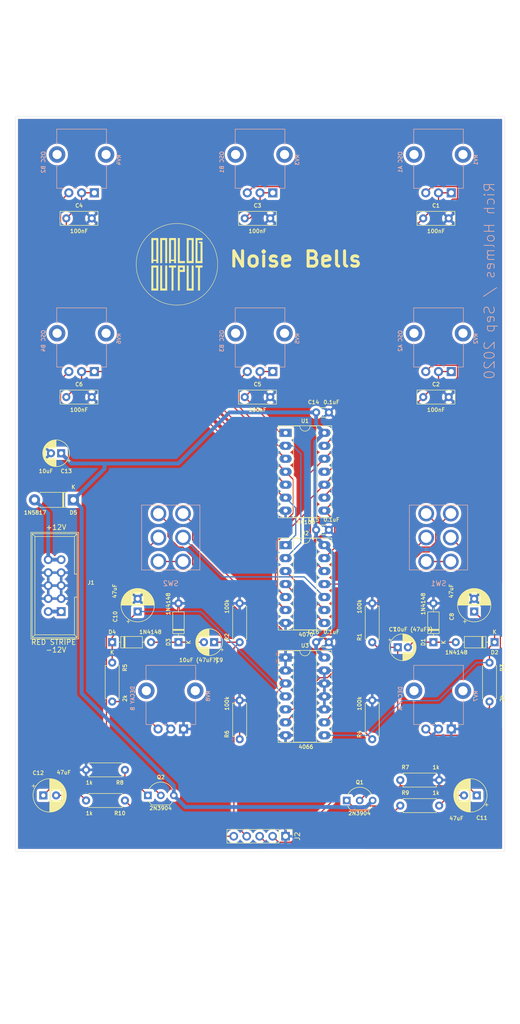
<source format=kicad_pcb>
(kicad_pcb (version 20171130) (host pcbnew 5.1.6-c6e7f7d~87~ubuntu20.04.1)
  (title_block (title "Noise Bells") (date 2020-09-05) (company "Rich Holmes / AnalogOutput"))
  (layers (0 F.Cu signal) (31 B.Cu signal) (34 B.Paste user) (35 F.Paste user) (36 B.SilkS user) (37 F.SilkS user) (38 B.Mask user) (39 F.Mask user) (44 Edge.Cuts user))
  (net 0 "")
  (net 1 GND)
  (net 2 "Net-(C1-Pad1)")
  (net 3 "Net-(C2-Pad1)")
  (net 4 "Net-(C3-Pad1)")
  (net 5 "Net-(C4-Pad1)")
  (net 6 "Net-(C5-Pad1)")
  (net 7 "Net-(C6-Pad1)")
  (net 8 "Net-(C7-Pad2)")
  (net 9 "Net-(C8-Pad1)")
  (net 10 "Net-(C9-Pad2)")
  (net 11 "Net-(C10-Pad1)")
  (net 12 "Net-(C11-Pad2)")
  (net 13 "Net-(C11-Pad1)")
  (net 14 "Net-(C12-Pad2)")
  (net 15 "Net-(C12-Pad1)")
  (net 16 +12V)
  (net 17 "Net-(U2-Pad3)")
  (net 18 "Net-(RV1-Pad3)")
  (net 19 "Net-(RV2-Pad3)")
  (net 20 "Net-(RV3-Pad3)")
  (net 21 "Net-(RV4-Pad3)")
  (net 22 "Net-(RV5-Pad3)")
  (net 23 "Net-(RV6-Pad3)")
  (net 24 "Net-(SW1-Pad3)")
  (net 25 "Net-(SW1-Pad4)")
  (net 26 "Net-(SW1-Pad5)")
  (net 27 TRIGGER_A)
  (net 28 TRIGGER_B)
  (net 29 OUT_B)
  (net 30 OUT_A)
  (net 31 "Net-(Q1-Pad2)")
  (net 32 "Net-(Q2-Pad2)")
  (net 33 "Net-(R3-Pad2)")
  (net 34 "Net-(R4-Pad1)")
  (net 35 "Net-(R5-Pad2)")
  (net 36 "Net-(R6-Pad1)")
  (net 37 "Net-(SW2-Pad3)")
  (net 38 "Net-(U2-Pad4)")
  (net 39 "Net-(SW2-Pad1)")
  (net 40 "Net-(SW2-Pad2)")
  (net 41 "Net-(J1-Pad1)")
  (net 42 "Net-(D5-Pad2)")
  (module ao_tht:DIP-14_W7.62mm_Socket_LongPads (layer F.Cu) (at 212 171.4)
    (fp_text reference U3 (at 3.81 -2.33) (layer F.SilkS) (effects (font (size 0.75 0.75))))
    (fp_text value 4066)
    (fp_text user %V (at 4 17.5) (layer F.SilkS) (effects (font (size 0.75 0.75))))
    (pad 14 thru_hole oval (at 7.62 0) (size 2.4 1.6) (drill 0.8) (layers *.Cu *.Mask) (net 16 +12V))
    (pad 7 thru_hole oval (at 0 15.24) (size 2.4 1.6) (drill 0.8) (layers *.Cu *.Mask) (net 1 GND))
    (pad 13 thru_hole oval (at 7.62 2.54) (size 2.4 1.6) (drill 0.8) (layers *.Cu *.Mask) (net 1 GND))
    (pad 6 thru_hole oval (at 0 12.7) (size 2.4 1.6) (drill 0.8) (layers *.Cu *.Mask) (net 25 "Net-(SW1-Pad4)"))
    (pad 12 thru_hole oval (at 7.62 5.08) (size 2.4 1.6) (drill 0.8) (layers *.Cu *.Mask) (net 1 GND))
    (pad 5 thru_hole oval (at 0 10.16) (size 2.4 1.6) (drill 0.8) (layers *.Cu *.Mask) (net 39 "Net-(SW2-Pad1)"))
    (pad 11 thru_hole oval (at 7.62 7.62) (size 2.4 1.6) (drill 0.8) (layers *.Cu *.Mask) (net 1 GND))
    (pad 4 thru_hole oval (at 0 7.62) (size 2.4 1.6) (drill 0.8) (layers *.Cu *.Mask) (net 11 "Net-(C10-Pad1)"))
    (pad 10 thru_hole oval (at 7.62 10.16) (size 2.4 1.6) (drill 0.8) (layers *.Cu *.Mask) (net 1 GND))
    (pad 3 thru_hole oval (at 0 5.08) (size 2.4 1.6) (drill 0.8) (layers *.Cu *.Mask) (net 36 "Net-(R6-Pad1)"))
    (pad 9 thru_hole oval (at 7.62 12.7) (size 2.4 1.6) (drill 0.8) (layers *.Cu *.Mask) (net 34 "Net-(R4-Pad1)"))
    (pad 2 thru_hole oval (at 0 2.54) (size 2.4 1.6) (drill 0.8) (layers *.Cu *.Mask) (net 1 GND))
    (pad 8 thru_hole oval (at 7.62 15.24) (size 2.4 1.6) (drill 0.8) (layers *.Cu *.Mask) (net 9 "Net-(C8-Pad1)"))
    (pad 1 thru_hole rect (at 0 0) (size 2.4 1.6) (drill 0.8) (layers *.Cu *.Mask) (net 1 GND))
  )
  (module ao_tht:DPDT-toggle-switch-1M-seriesx (layer B.Cu) (at 189.485 147.9)
    (fp_text reference SW2 (at 0 9) (layer B.SilkS) (effects (justify mirror)))
    (fp_text value SW_DPDT_x2)
    (pad 4 thru_hole circle (at -2.415 -4.7) (size 3.1 3.1) (drill 2.1) (layers *.Cu *.Mask) (net 36 "Net-(R6-Pad1)"))
    (pad 5 thru_hole circle (at -2.415 0) (size 3.1 3.1) (drill 2.1) (layers *.Cu *.Mask) (net 32 "Net-(Q2-Pad2)"))
    (pad 6 thru_hole circle (at -2.415 4.7) (size 3.1 3.1) (drill 2.1) (layers *.Cu *.Mask) (net 37 "Net-(SW2-Pad3)"))
    (pad 1 thru_hole circle (at 2.415 -4.7) (size 3.1 3.1) (drill 2.1) (layers *.Cu *.Mask) (net 39 "Net-(SW2-Pad1)"))
    (pad 3 thru_hole circle (at 2.415 4.7) (size 3.1 3.1) (drill 2.1) (layers *.Cu *.Mask) (net 37 "Net-(SW2-Pad3)"))
    (pad 2 thru_hole circle (at 2.415 0) (size 3.1 3.1) (drill 2.1) (layers *.Cu *.Mask) (net 40 "Net-(SW2-Pad2)"))
  )
  (module ao_tht:noisebells_holes (layer B.Cu) (at 207 142.9 180)
    (fp_text reference G*** hide)
    (fp_text value LOGO hide)
  )
  (module ao_tht:R_Axial_DIN0207_L6.3mm_D2.5mm_P7.62mm_Horizontal (layer F.Cu) (at 234.5 200.4)
    (fp_text reference R9 (at 1 -2.5) (layer F.SilkS) (effects (font (size 0.75 0.75))))
    (fp_text value 1k (at 7 -2.5) (layer F.SilkS) (effects (font (size 0.75 0.75))))
    (pad 2 thru_hole oval (at 7.62 0) (size 1.6 1.6) (drill 0.8) (layers *.Cu *.Mask) (net 12 "Net-(C11-Pad2)"))
    (pad 1 thru_hole circle (at 0 0) (size 1.6 1.6) (drill 0.8) (layers *.Cu *.Mask) (net 30 OUT_A))
  )
  (module ao_tht:CP_Radial_D6.3mm_P2.50mm (layer F.Cu) (at 249 162.4 90)
    (fp_text reference C8 (at -1 -4.4 90) (layer F.SilkS) (effects (font (size 0.75 0.75))))
    (fp_text value 47uF)
    (fp_text user %V (at 4 -4.5 90) (layer F.SilkS) (effects (font (size 0.75 0.75))))
    (pad 2 thru_hole circle (at 2.5 0 90) (size 1.6 1.6) (drill 0.8) (layers *.Cu *.Mask) (net 1 GND))
    (pad 1 thru_hole rect (at 0 0 90) (size 1.6 1.6) (drill 0.8) (layers *.Cu *.Mask) (net 9 "Net-(C8-Pad1)"))
  )
  (module ao_tht:Potentiometer_Alpha_RD901F-40-00D_Single_Vertical_CircularHoles (layer B.Cu) (at 244.5 185.4 90)
    (fp_text reference RV7 (at 6.45 4.8 90) (layer B.SilkS) (effects (font (size 0.75 0.75)) (justify mirror)))
    (fp_text value 100k)
    (fp_text user "DECAY A" (at 6 -10 90) (layer B.SilkS) (effects (font (size 0.75 0.75)) (justify mirror)))
    (pad "" thru_hole circle (at 7.5 2.3) (size 3.24 3.24) (drill 1.8) (layers *.Cu *.Mask))
    (pad "" thru_hole circle (at 7.5 -7.3) (size 3.24 3.24) (drill 1.8) (layers *.Cu *.Mask))
    (pad 3 thru_hole circle (at 0 -5) (size 1.8 1.8) (drill 1) (layers *.Cu *.Mask) (net 33 "Net-(R3-Pad2)"))
    (pad 2 thru_hole circle (at 0 -2.5) (size 1.8 1.8) (drill 1) (layers *.Cu *.Mask) (net 1 GND))
    (pad 1 thru_hole rect (at 0 0) (size 1.8 1.8) (drill 1) (layers *.Cu *.Mask) (net 1 GND))
  )
  (module ao_tht:CP_Radial_D6.3mm_P2.50mm (layer F.Cu) (at 183 162.4 90)
    (fp_text reference C10 (at -1 -4.4 90) (layer F.SilkS) (effects (font (size 0.75 0.75))))
    (fp_text value 47uF)
    (fp_text user %V (at 4 -4.5 90) (layer F.SilkS) (effects (font (size 0.75 0.75))))
    (pad 2 thru_hole circle (at 2.5 0 90) (size 1.6 1.6) (drill 0.8) (layers *.Cu *.Mask) (net 1 GND))
    (pad 1 thru_hole rect (at 0 0 90) (size 1.6 1.6) (drill 0.8) (layers *.Cu *.Mask) (net 11 "Net-(C10-Pad1)"))
  )
  (module ao_tht:D_DO-41_SOD81_P7.62mm_Horizontal (layer F.Cu) (at 170.388 140.524 180)
    (fp_text reference D5 (at 0 -2.5) (layer F.SilkS) (effects (font (size 0.75 0.75))))
    (fp_text value 1N5817)
    (fp_text user K (at 0 2.5) (layer F.SilkS) (effects (font (size 0.75 0.75))))
    (fp_text user %V (at 7.5 -2.5) (layer F.SilkS) (effects (font (size 0.75 0.75))))
    (pad 2 thru_hole oval (at 7.62 0 180) (size 2.2 2.2) (drill 1.1) (layers *.Cu *.Mask) (net 42 "Net-(D5-Pad2)"))
    (pad 1 thru_hole rect (at 0 0 180) (size 2.2 2.2) (drill 1.1) (layers *.Cu *.Mask) (net 16 +12V))
  )
  (module Connector_PinHeader_2.54mm:PinHeader_1x05_P2.54mm_Vertical (layer F.Cu) (at 212 206.4 270)
    (fp_text reference J2 (at 0 -2.33 90) (layer F.SilkS))
    (fp_text value Conn_01x05)
    (pad 5 thru_hole oval (at 0 10.16 270) (size 1.7 1.7) (drill 1) (layers *.Cu *.Mask) (net 29 OUT_B))
    (pad 4 thru_hole oval (at 0 7.62 270) (size 1.7 1.7) (drill 1) (layers *.Cu *.Mask) (net 28 TRIGGER_B))
    (pad 3 thru_hole oval (at 0 5.08 270) (size 1.7 1.7) (drill 1) (layers *.Cu *.Mask) (net 30 OUT_A))
    (pad 2 thru_hole oval (at 0 2.54 270) (size 1.7 1.7) (drill 1) (layers *.Cu *.Mask) (net 27 TRIGGER_A))
    (pad 1 thru_hole rect (at 0 0 270) (size 1.7 1.7) (drill 1) (layers *.Cu *.Mask) (net 1 GND))
  )
  (module ao_tht:C_Disc_D3.0mm_W1.6mm_P2.50mm (layer F.Cu) (at 218 168.4)
    (fp_text reference C16 (at -0.5 -2) (layer F.SilkS) (effects (font (size 0.75 0.75))))
    (fp_text value 0.1uF)
    (fp_text user %V (at 3 -2) (layer F.SilkS) (effects (font (size 0.75 0.75))))
    (pad 2 thru_hole circle (at 2.5 0) (size 1.6 1.6) (drill 0.8) (layers *.Cu *.Mask) (net 1 GND))
    (pad 1 thru_hole circle (at 0 0) (size 1.6 1.6) (drill 0.8) (layers *.Cu *.Mask) (net 16 +12V))
  )
  (module ao_tht:C_Disc_D3.0mm_W1.6mm_P2.50mm (layer F.Cu) (at 218 146.4)
    (fp_text reference C15 (at -0.5 -2) (layer F.SilkS) (effects (font (size 0.75 0.75))))
    (fp_text value 0.1uF)
    (fp_text user %V (at 3 -2) (layer F.SilkS) (effects (font (size 0.75 0.75))))
    (pad 2 thru_hole circle (at 2.5 0) (size 1.6 1.6) (drill 0.8) (layers *.Cu *.Mask) (net 1 GND))
    (pad 1 thru_hole circle (at 0 0) (size 1.6 1.6) (drill 0.8) (layers *.Cu *.Mask) (net 16 +12V))
  )
  (module ao_tht:R_Axial_DIN0207_L6.3mm_D2.5mm_P7.62mm_Horizontal (layer F.Cu) (at 180.5 199.4 180)
    (fp_text reference R10 (at 1 -2.5) (layer F.SilkS) (effects (font (size 0.75 0.75))))
    (fp_text value 1k (at 7 -2.5) (layer F.SilkS) (effects (font (size 0.75 0.75))))
    (pad 2 thru_hole oval (at 7.62 0 180) (size 1.6 1.6) (drill 0.8) (layers *.Cu *.Mask) (net 14 "Net-(C12-Pad2)"))
    (pad 1 thru_hole circle (at 0 0 180) (size 1.6 1.6) (drill 0.8) (layers *.Cu *.Mask) (net 29 OUT_B))
  )
  (module ao_tht:Potentiometer_Alpha_RD901F-40-00D_Single_Vertical_CircularHoles (layer B.Cu) (at 174.5 80.4 90)
    (fp_text reference RV4 (at 6.45 4.8 90) (layer B.SilkS) (effects (font (size 0.75 0.75)) (justify mirror)))
    (fp_text value 100k)
    (fp_text user "OSC B2" (at 6 -10 90) (layer B.SilkS) (effects (font (size 0.75 0.75)) (justify mirror)))
    (pad "" thru_hole circle (at 7.5 2.3) (size 3.24 3.24) (drill 1.8) (layers *.Cu *.Mask))
    (pad "" thru_hole circle (at 7.5 -7.3) (size 3.24 3.24) (drill 1.8) (layers *.Cu *.Mask))
    (pad 3 thru_hole circle (at 0 -5) (size 1.8 1.8) (drill 1) (layers *.Cu *.Mask) (net 21 "Net-(RV4-Pad3)"))
    (pad 2 thru_hole circle (at 0 -2.5) (size 1.8 1.8) (drill 1) (layers *.Cu *.Mask) (net 5 "Net-(C4-Pad1)"))
    (pad 1 thru_hole rect (at 0 0) (size 1.8 1.8) (drill 1) (layers *.Cu *.Mask) (net 5 "Net-(C4-Pad1)"))
  )
  (module ao_tht:C_Rect_L7.2mm_W2.5mm_P5.00mm_FKS2_FKP2_MKS2_MKP2 (layer F.Cu) (at 169 120.4)
    (fp_text reference C6 (at 2.5 -2.5) (layer F.SilkS) (effects (font (size 0.75 0.75))))
    (fp_text value 100nF)
    (fp_text user %V (at 2.5 2.5) (layer F.SilkS) (effects (font (size 0.75 0.75))))
    (pad 2 thru_hole circle (at 5 0) (size 1.6 1.6) (drill 0.8) (layers *.Cu *.Mask) (net 1 GND))
    (pad 1 thru_hole circle (at 0 0) (size 1.6 1.6) (drill 0.8) (layers *.Cu *.Mask) (net 7 "Net-(C6-Pad1)"))
  )
  (module ao_tht:TO-92_Inline_Wide (layer F.Cu) (at 224 199.4)
    (fp_text reference Q1 (at 2.54 -3.56) (layer F.SilkS) (effects (font (size 0.75 0.75))))
    (fp_text value 2N3904)
    (fp_text user %V (at 2.5 2.5) (layer F.SilkS) (effects (font (size 0.75 0.75))))
    (pad 1 thru_hole rect (at 0 0 90) (size 1.5 1.5) (drill 0.8) (layers *.Cu *.Mask) (net 13 "Net-(C11-Pad1)"))
    (pad 3 thru_hole circle (at 5.08 0 90) (size 1.5 1.5) (drill 0.8) (layers *.Cu *.Mask) (net 16 +12V))
    (pad 2 thru_hole circle (at 2.54 0 90) (size 1.5 1.5) (drill 0.8) (layers *.Cu *.Mask) (net 31 "Net-(Q1-Pad2)"))
  )
  (module ao_tht:CP_Radial_D5.0mm_P2.00mm (layer F.Cu) (at 198 168.4 180)
    (fp_text reference C9 (at -1 -3.5) (layer F.SilkS) (effects (font (size 0.75 0.75))))
    (fp_text value "10uF (47uF?)")
    (fp_text user %V (at 3 -3.5) (layer F.SilkS) (effects (font (size 0.75 0.75))))
    (pad 2 thru_hole circle (at 2 0 180) (size 1.6 1.6) (drill 0.8) (layers *.Cu *.Mask) (net 10 "Net-(C9-Pad2)"))
    (pad 1 thru_hole rect (at 0 0 180) (size 1.6 1.6) (drill 0.8) (layers *.Cu *.Mask) (net 28 TRIGGER_B))
  )
  (module ao_tht:D_DO-35_SOD27_P7.62mm_Horizontal (layer F.Cu) (at 253 168.4 180)
    (fp_text reference D2 (at 0 -2) (layer F.SilkS) (effects (font (size 0.75 0.75))))
    (fp_text value 1N4148)
    (fp_text user K (at 0 2) (layer F.SilkS) (effects (font (size 0.75 0.75))))
    (fp_text user %V (at 7.5 -2) (layer F.SilkS) (effects (font (size 0.75 0.75))))
    (pad 2 thru_hole oval (at 7.62 0 180) (size 1.6 1.6) (drill 0.8) (layers *.Cu *.Mask) (net 8 "Net-(C7-Pad2)"))
    (pad 1 thru_hole rect (at 0 0 180) (size 1.6 1.6) (drill 0.8) (layers *.Cu *.Mask) (net 9 "Net-(C8-Pad1)"))
  )
  (module ao_tht:R_Axial_DIN0207_L6.3mm_D2.5mm_P7.62mm_Horizontal (layer F.Cu) (at 229 168.4 90)
    (fp_text reference R1 (at 1 -2.5 90) (layer F.SilkS) (effects (font (size 0.75 0.75))))
    (fp_text value 100k (at 7 -2.5 90) (layer F.SilkS) (effects (font (size 0.75 0.75))))
    (pad 2 thru_hole oval (at 7.62 0 90) (size 1.6 1.6) (drill 0.8) (layers *.Cu *.Mask) (net 1 GND))
    (pad 1 thru_hole circle (at 0 0 90) (size 1.6 1.6) (drill 0.8) (layers *.Cu *.Mask) (net 27 TRIGGER_A))
  )
  (module ao_tht:Potentiometer_Alpha_RD901F-40-00D_Single_Vertical_CircularHoles (layer B.Cu) (at 244.5 80.4 90)
    (fp_text reference RV1 (at 6.45 4.8 90) (layer B.SilkS) (effects (font (size 0.75 0.75)) (justify mirror)))
    (fp_text value 100k)
    (fp_text user "OSC A1" (at 6 -10 270) (layer B.SilkS) (effects (font (size 0.75 0.75)) (justify mirror)))
    (pad "" thru_hole circle (at 7.5 2.3) (size 3.24 3.24) (drill 1.8) (layers *.Cu *.Mask))
    (pad "" thru_hole circle (at 7.5 -7.3) (size 3.24 3.24) (drill 1.8) (layers *.Cu *.Mask))
    (pad 3 thru_hole circle (at 0 -5) (size 1.8 1.8) (drill 1) (layers *.Cu *.Mask) (net 18 "Net-(RV1-Pad3)"))
    (pad 2 thru_hole circle (at 0 -2.5) (size 1.8 1.8) (drill 1) (layers *.Cu *.Mask) (net 2 "Net-(C1-Pad1)"))
    (pad 1 thru_hole rect (at 0 0) (size 1.8 1.8) (drill 1) (layers *.Cu *.Mask) (net 2 "Net-(C1-Pad1)"))
  )
  (module ao_tht:DIP-14_W7.62mm_Socket_LongPads (layer F.Cu) (at 212 149.4)
    (fp_text reference U2 (at 3.81 -2.33) (layer F.SilkS) (effects (font (size 0.75 0.75))))
    (fp_text value 4070)
    (fp_text user %V (at 4 17.5) (layer F.SilkS) (effects (font (size 0.75 0.75))))
    (pad 14 thru_hole oval (at 7.62 0) (size 2.4 1.6) (drill 0.8) (layers *.Cu *.Mask) (net 16 +12V))
    (pad 7 thru_hole oval (at 0 15.24) (size 2.4 1.6) (drill 0.8) (layers *.Cu *.Mask) (net 1 GND))
    (pad 13 thru_hole oval (at 7.62 2.54) (size 2.4 1.6) (drill 0.8) (layers *.Cu *.Mask) (net 19 "Net-(RV2-Pad3)"))
    (pad 6 thru_hole oval (at 0 12.7) (size 2.4 1.6) (drill 0.8) (layers *.Cu *.Mask) (net 21 "Net-(RV4-Pad3)"))
    (pad 12 thru_hole oval (at 7.62 5.08) (size 2.4 1.6) (drill 0.8) (layers *.Cu *.Mask) (net 18 "Net-(RV1-Pad3)"))
    (pad 5 thru_hole oval (at 0 10.16) (size 2.4 1.6) (drill 0.8) (layers *.Cu *.Mask) (net 20 "Net-(RV3-Pad3)"))
    (pad 11 thru_hole oval (at 7.62 7.62) (size 2.4 1.6) (drill 0.8) (layers *.Cu *.Mask) (net 26 "Net-(SW1-Pad5)"))
    (pad 4 thru_hole oval (at 0 7.62) (size 2.4 1.6) (drill 0.8) (layers *.Cu *.Mask) (net 38 "Net-(U2-Pad4)"))
    (pad 10 thru_hole oval (at 7.62 10.16) (size 2.4 1.6) (drill 0.8) (layers *.Cu *.Mask) (net 40 "Net-(SW2-Pad2)"))
    (pad 3 thru_hole oval (at 0 5.08) (size 2.4 1.6) (drill 0.8) (layers *.Cu *.Mask) (net 17 "Net-(U2-Pad3)"))
    (pad 9 thru_hole oval (at 7.62 12.7) (size 2.4 1.6) (drill 0.8) (layers *.Cu *.Mask) (net 17 "Net-(U2-Pad3)"))
    (pad 2 thru_hole oval (at 0 2.54) (size 2.4 1.6) (drill 0.8) (layers *.Cu *.Mask) (net 22 "Net-(RV5-Pad3)"))
    (pad 8 thru_hole oval (at 7.62 15.24) (size 2.4 1.6) (drill 0.8) (layers *.Cu *.Mask) (net 38 "Net-(U2-Pad4)"))
    (pad 1 thru_hole rect (at 0 0) (size 2.4 1.6) (drill 0.8) (layers *.Cu *.Mask) (net 23 "Net-(RV6-Pad3)"))
  )
  (module ao_tht:C_Rect_L7.2mm_W2.5mm_P5.00mm_FKS2_FKP2_MKS2_MKP2 (layer F.Cu) (at 204 85.4)
    (fp_text reference C3 (at 2.5 -2.5) (layer F.SilkS) (effects (font (size 0.75 0.75))))
    (fp_text value 100nF)
    (fp_text user %V (at 2.5 2.5) (layer F.SilkS) (effects (font (size 0.75 0.75))))
    (pad 2 thru_hole circle (at 5 0) (size 1.6 1.6) (drill 0.8) (layers *.Cu *.Mask) (net 1 GND))
    (pad 1 thru_hole circle (at 0 0) (size 1.6 1.6) (drill 0.8) (layers *.Cu *.Mask) (net 4 "Net-(C3-Pad1)"))
  )
  (module ao_tht:C_Rect_L7.2mm_W2.5mm_P5.00mm_FKS2_FKP2_MKS2_MKP2 (layer F.Cu) (at 239 120.4)
    (fp_text reference C2 (at 2.5 -2.5) (layer F.SilkS) (effects (font (size 0.75 0.75))))
    (fp_text value 100nF)
    (fp_text user %V (at 2.5 2.5) (layer F.SilkS) (effects (font (size 0.75 0.75))))
    (pad 2 thru_hole circle (at 5 0) (size 1.6 1.6) (drill 0.8) (layers *.Cu *.Mask) (net 1 GND))
    (pad 1 thru_hole circle (at 0 0) (size 1.6 1.6) (drill 0.8) (layers *.Cu *.Mask) (net 3 "Net-(C2-Pad1)"))
  )
  (module ao_tht:C_Rect_L7.2mm_W2.5mm_P5.00mm_FKS2_FKP2_MKS2_MKP2 (layer F.Cu) (at 169 85.4)
    (fp_text reference C4 (at 2.5 -2.5) (layer F.SilkS) (effects (font (size 0.75 0.75))))
    (fp_text value 100nF)
    (fp_text user %V (at 2.5 2.5) (layer F.SilkS) (effects (font (size 0.75 0.75))))
    (pad 2 thru_hole circle (at 5 0) (size 1.6 1.6) (drill 0.8) (layers *.Cu *.Mask) (net 1 GND))
    (pad 1 thru_hole circle (at 0 0) (size 1.6 1.6) (drill 0.8) (layers *.Cu *.Mask) (net 5 "Net-(C4-Pad1)"))
  )
  (module ao_tht:C_Rect_L7.2mm_W2.5mm_P5.00mm_FKS2_FKP2_MKS2_MKP2 (layer F.Cu) (at 204 120.4)
    (fp_text reference C5 (at 2.5 -2.5) (layer F.SilkS) (effects (font (size 0.75 0.75))))
    (fp_text value 100nF)
    (fp_text user %V (at 2.5 2.5) (layer F.SilkS) (effects (font (size 0.75 0.75))))
    (pad 2 thru_hole circle (at 5 0) (size 1.6 1.6) (drill 0.8) (layers *.Cu *.Mask) (net 1 GND))
    (pad 1 thru_hole circle (at 0 0) (size 1.6 1.6) (drill 0.8) (layers *.Cu *.Mask) (net 6 "Net-(C5-Pad1)"))
  )
  (module ao_tht:CP_Radial_D5.0mm_P2.00mm (layer F.Cu) (at 168 131.4 180)
    (fp_text reference C13 (at -1 -3.5) (layer F.SilkS) (effects (font (size 0.75 0.75))))
    (fp_text value 10uF)
    (fp_text user %V (at 3 -3.5) (layer F.SilkS) (effects (font (size 0.75 0.75))))
    (pad 2 thru_hole circle (at 2 0 180) (size 1.6 1.6) (drill 0.8) (layers *.Cu *.Mask) (net 1 GND))
    (pad 1 thru_hole rect (at 0 0 180) (size 1.6 1.6) (drill 0.8) (layers *.Cu *.Mask) (net 16 +12V))
  )
  (module ao_tht:Potentiometer_Alpha_RD901F-40-00D_Single_Vertical_CircularHoles (layer B.Cu) (at 244.5 115.4 90)
    (fp_text reference RV2 (at 6.45 4.8 90) (layer B.SilkS) (effects (font (size 0.75 0.75)) (justify mirror)))
    (fp_text value 100k)
    (fp_text user "OSC A2" (at 6 -10 90) (layer B.SilkS) (effects (font (size 0.75 0.75)) (justify mirror)))
    (pad "" thru_hole circle (at 7.5 2.3) (size 3.24 3.24) (drill 1.8) (layers *.Cu *.Mask))
    (pad "" thru_hole circle (at 7.5 -7.3) (size 3.24 3.24) (drill 1.8) (layers *.Cu *.Mask))
    (pad 3 thru_hole circle (at 0 -5) (size 1.8 1.8) (drill 1) (layers *.Cu *.Mask) (net 19 "Net-(RV2-Pad3)"))
    (pad 2 thru_hole circle (at 0 -2.5) (size 1.8 1.8) (drill 1) (layers *.Cu *.Mask) (net 3 "Net-(C2-Pad1)"))
    (pad 1 thru_hole rect (at 0 0) (size 1.8 1.8) (drill 1) (layers *.Cu *.Mask) (net 3 "Net-(C2-Pad1)"))
  )
  (module ao_tht:TO-92_Inline_Wide (layer F.Cu) (at 185 198.4)
    (fp_text reference Q2 (at 2.54 -3.56) (layer F.SilkS) (effects (font (size 0.75 0.75))))
    (fp_text value 2N3904)
    (fp_text user %V (at 2.5 2.5) (layer F.SilkS) (effects (font (size 0.75 0.75))))
    (pad 1 thru_hole rect (at 0 0 90) (size 1.5 1.5) (drill 0.8) (layers *.Cu *.Mask) (net 15 "Net-(C12-Pad1)"))
    (pad 3 thru_hole circle (at 5.08 0 90) (size 1.5 1.5) (drill 0.8) (layers *.Cu *.Mask) (net 16 +12V))
    (pad 2 thru_hole circle (at 2.54 0 90) (size 1.5 1.5) (drill 0.8) (layers *.Cu *.Mask) (net 32 "Net-(Q2-Pad2)"))
  )
  (module ao_tht:C_Rect_L7.2mm_W2.5mm_P5.00mm_FKS2_FKP2_MKS2_MKP2 (layer F.Cu) (at 239 85.4)
    (fp_text reference C1 (at 2.5 -2.5) (layer F.SilkS) (effects (font (size 0.75 0.75))))
    (fp_text value 100nF)
    (fp_text user %V (at 2.5 2.5) (layer F.SilkS) (effects (font (size 0.75 0.75))))
    (pad 2 thru_hole circle (at 5 0) (size 1.6 1.6) (drill 0.8) (layers *.Cu *.Mask) (net 1 GND))
    (pad 1 thru_hole circle (at 0 0) (size 1.6 1.6) (drill 0.8) (layers *.Cu *.Mask) (net 2 "Net-(C1-Pad1)"))
  )
  (module ao_tht:D_DO-35_SOD27_P7.62mm_Horizontal (layer F.Cu) (at 178 168.4)
    (fp_text reference D4 (at 0 -2) (layer F.SilkS) (effects (font (size 0.75 0.75))))
    (fp_text value 1N4148)
    (fp_text user K (at 0 2) (layer F.SilkS) (effects (font (size 0.75 0.75))))
    (fp_text user %V (at 7.5 -2) (layer F.SilkS) (effects (font (size 0.75 0.75))))
    (pad 2 thru_hole oval (at 7.62 0) (size 1.6 1.6) (drill 0.8) (layers *.Cu *.Mask) (net 10 "Net-(C9-Pad2)"))
    (pad 1 thru_hole rect (at 0 0) (size 1.6 1.6) (drill 0.8) (layers *.Cu *.Mask) (net 11 "Net-(C10-Pad1)"))
  )
  (module ao_tht:CP_Radial_D6.3mm_P2.50mm (layer F.Cu) (at 249.5 198.4 180)
    (fp_text reference C11 (at -1 -4.4) (layer F.SilkS) (effects (font (size 0.75 0.75))))
    (fp_text value 47uF)
    (fp_text user %V (at 4 -4.5) (layer F.SilkS) (effects (font (size 0.75 0.75))))
    (pad 2 thru_hole circle (at 2.5 0 180) (size 1.6 1.6) (drill 0.8) (layers *.Cu *.Mask) (net 12 "Net-(C11-Pad2)"))
    (pad 1 thru_hole rect (at 0 0 180) (size 1.6 1.6) (drill 0.8) (layers *.Cu *.Mask) (net 13 "Net-(C11-Pad1)"))
  )
  (module ao_tht:DIP-14_W7.62mm_Socket_LongPads (layer F.Cu) (at 212 127.4)
    (fp_text reference U1 (at 3.81 -2.33) (layer F.SilkS) (effects (font (size 0.75 0.75))))
    (fp_text value 40106)
    (fp_text user %V (at 4 17.5) (layer F.SilkS) (effects (font (size 0.75 0.75))))
    (pad 14 thru_hole oval (at 7.62 0) (size 2.4 1.6) (drill 0.8) (layers *.Cu *.Mask) (net 16 +12V))
    (pad 7 thru_hole oval (at 0 15.24) (size 2.4 1.6) (drill 0.8) (layers *.Cu *.Mask) (net 1 GND))
    (pad 13 thru_hole oval (at 7.62 2.54) (size 2.4 1.6) (drill 0.8) (layers *.Cu *.Mask) (net 4 "Net-(C3-Pad1)"))
    (pad 6 thru_hole oval (at 0 12.7) (size 2.4 1.6) (drill 0.8) (layers *.Cu *.Mask) (net 23 "Net-(RV6-Pad3)"))
    (pad 12 thru_hole oval (at 7.62 5.08) (size 2.4 1.6) (drill 0.8) (layers *.Cu *.Mask) (net 20 "Net-(RV3-Pad3)"))
    (pad 5 thru_hole oval (at 0 10.16) (size 2.4 1.6) (drill 0.8) (layers *.Cu *.Mask) (net 7 "Net-(C6-Pad1)"))
    (pad 11 thru_hole oval (at 7.62 7.62) (size 2.4 1.6) (drill 0.8) (layers *.Cu *.Mask) (net 2 "Net-(C1-Pad1)"))
    (pad 4 thru_hole oval (at 0 7.62) (size 2.4 1.6) (drill 0.8) (layers *.Cu *.Mask) (net 21 "Net-(RV4-Pad3)"))
    (pad 10 thru_hole oval (at 7.62 10.16) (size 2.4 1.6) (drill 0.8) (layers *.Cu *.Mask) (net 18 "Net-(RV1-Pad3)"))
    (pad 3 thru_hole oval (at 0 5.08) (size 2.4 1.6) (drill 0.8) (layers *.Cu *.Mask) (net 5 "Net-(C4-Pad1)"))
    (pad 9 thru_hole oval (at 7.62 12.7) (size 2.4 1.6) (drill 0.8) (layers *.Cu *.Mask) (net 3 "Net-(C2-Pad1)"))
    (pad 2 thru_hole oval (at 0 2.54) (size 2.4 1.6) (drill 0.8) (layers *.Cu *.Mask) (net 22 "Net-(RV5-Pad3)"))
    (pad 8 thru_hole oval (at 7.62 15.24) (size 2.4 1.6) (drill 0.8) (layers *.Cu *.Mask) (net 19 "Net-(RV2-Pad3)"))
    (pad 1 thru_hole rect (at 0 0) (size 2.4 1.6) (drill 0.8) (layers *.Cu *.Mask) (net 6 "Net-(C5-Pad1)"))
  )
  (module ao_tht:Potentiometer_Alpha_RD901F-40-00D_Single_Vertical_CircularHoles (layer B.Cu) (at 209.5 115.4 90)
    (fp_text reference RV5 (at 6.45 4.8 90) (layer B.SilkS) (effects (font (size 0.75 0.75)) (justify mirror)))
    (fp_text value 100k)
    (fp_text user "OSC B3" (at 6 -10 90) (layer B.SilkS) (effects (font (size 0.75 0.75)) (justify mirror)))
    (pad "" thru_hole circle (at 7.5 2.3) (size 3.24 3.24) (drill 1.8) (layers *.Cu *.Mask))
    (pad "" thru_hole circle (at 7.5 -7.3) (size 3.24 3.24) (drill 1.8) (layers *.Cu *.Mask))
    (pad 3 thru_hole circle (at 0 -5) (size 1.8 1.8) (drill 1) (layers *.Cu *.Mask) (net 22 "Net-(RV5-Pad3)"))
    (pad 2 thru_hole circle (at 0 -2.5) (size 1.8 1.8) (drill 1) (layers *.Cu *.Mask) (net 6 "Net-(C5-Pad1)"))
    (pad 1 thru_hole rect (at 0 0) (size 1.8 1.8) (drill 1) (layers *.Cu *.Mask) (net 6 "Net-(C5-Pad1)"))
  )
  (module ao_tht:DPDT-toggle-switch-1M-seriesx (layer B.Cu) (at 242 147.9)
    (fp_text reference SW1 (at 0 9) (layer B.SilkS) (effects (justify mirror)))
    (fp_text value SW_DPDT_x2)
    (pad 4 thru_hole circle (at -2.415 -4.7) (size 3.1 3.1) (drill 2.1) (layers *.Cu *.Mask) (net 25 "Net-(SW1-Pad4)"))
    (pad 5 thru_hole circle (at -2.415 0) (size 3.1 3.1) (drill 2.1) (layers *.Cu *.Mask) (net 26 "Net-(SW1-Pad5)"))
    (pad 6 thru_hole circle (at -2.415 4.7) (size 3.1 3.1) (drill 2.1) (layers *.Cu *.Mask) (net 24 "Net-(SW1-Pad3)"))
    (pad 1 thru_hole circle (at 2.415 -4.7) (size 3.1 3.1) (drill 2.1) (layers *.Cu *.Mask) (net 34 "Net-(R4-Pad1)"))
    (pad 3 thru_hole circle (at 2.415 4.7) (size 3.1 3.1) (drill 2.1) (layers *.Cu *.Mask) (net 24 "Net-(SW1-Pad3)"))
    (pad 2 thru_hole circle (at 2.415 0) (size 3.1 3.1) (drill 2.1) (layers *.Cu *.Mask) (net 31 "Net-(Q1-Pad2)"))
  )
  (module ao_tht:R_Axial_DIN0207_L6.3mm_D2.5mm_P7.62mm_Horizontal (layer F.Cu) (at 252 172.4 270)
    (fp_text reference R3 (at 1 -2.5 90) (layer F.SilkS) (effects (font (size 0.75 0.75))))
    (fp_text value 2k (at 7 -2.5 90) (layer F.SilkS) (effects (font (size 0.75 0.75))))
    (pad 2 thru_hole oval (at 7.62 0 270) (size 1.6 1.6) (drill 0.8) (layers *.Cu *.Mask) (net 33 "Net-(R3-Pad2)"))
    (pad 1 thru_hole circle (at 0 0 270) (size 1.6 1.6) (drill 0.8) (layers *.Cu *.Mask) (net 9 "Net-(C8-Pad1)"))
  )
  (module ao_tht:D_DO-35_SOD27_P7.62mm_Horizontal (layer F.Cu) (at 241 168.4 90)
    (fp_text reference D1 (at 0 -2 90) (layer F.SilkS) (effects (font (size 0.75 0.75))))
    (fp_text value 1N4148)
    (fp_text user K (at 0 2 90) (layer F.SilkS) (effects (font (size 0.75 0.75))))
    (fp_text user %V (at 7.5 -2 90) (layer F.SilkS) (effects (font (size 0.75 0.75))))
    (pad 2 thru_hole oval (at 7.62 0 90) (size 1.6 1.6) (drill 0.8) (layers *.Cu *.Mask) (net 1 GND))
    (pad 1 thru_hole rect (at 0 0 90) (size 1.6 1.6) (drill 0.8) (layers *.Cu *.Mask) (net 8 "Net-(C7-Pad2)"))
  )
  (module ao_tht:R_Axial_DIN0207_L6.3mm_D2.5mm_P7.62mm_Horizontal (layer F.Cu) (at 178 172.4 270)
    (fp_text reference R5 (at 1 -2.5 90) (layer F.SilkS) (effects (font (size 0.75 0.75))))
    (fp_text value 2k (at 7 -2.5 90) (layer F.SilkS) (effects (font (size 0.75 0.75))))
    (pad 2 thru_hole oval (at 7.62 0 270) (size 1.6 1.6) (drill 0.8) (layers *.Cu *.Mask) (net 35 "Net-(R5-Pad2)"))
    (pad 1 thru_hole circle (at 0 0 270) (size 1.6 1.6) (drill 0.8) (layers *.Cu *.Mask) (net 11 "Net-(C10-Pad1)"))
  )
  (module ao_tht:CP_Radial_D6.3mm_P2.50mm (layer F.Cu) (at 164.5 198.4)
    (fp_text reference C12 (at -1 -4.4) (layer F.SilkS) (effects (font (size 0.75 0.75))))
    (fp_text value 47uF)
    (fp_text user %V (at 4 -4.5) (layer F.SilkS) (effects (font (size 0.75 0.75))))
    (pad 2 thru_hole circle (at 2.5 0) (size 1.6 1.6) (drill 0.8) (layers *.Cu *.Mask) (net 14 "Net-(C12-Pad2)"))
    (pad 1 thru_hole rect (at 0 0) (size 1.6 1.6) (drill 0.8) (layers *.Cu *.Mask) (net 15 "Net-(C12-Pad1)"))
  )
  (module ao_tht:R_Axial_DIN0207_L6.3mm_D2.5mm_P7.62mm_Horizontal (layer F.Cu) (at 229 187.4 90)
    (fp_text reference R4 (at 1 -2.5 90) (layer F.SilkS) (effects (font (size 0.75 0.75))))
    (fp_text value 100k (at 7 -2.5 90) (layer F.SilkS) (effects (font (size 0.75 0.75))))
    (pad 2 thru_hole oval (at 7.62 0 90) (size 1.6 1.6) (drill 0.8) (layers *.Cu *.Mask) (net 1 GND))
    (pad 1 thru_hole circle (at 0 0 90) (size 1.6 1.6) (drill 0.8) (layers *.Cu *.Mask) (net 34 "Net-(R4-Pad1)"))
  )
  (module ao_tht:R_Axial_DIN0207_L6.3mm_D2.5mm_P7.62mm_Horizontal (layer F.Cu) (at 203 187.4 90)
    (fp_text reference R6 (at 1 -2.5 90) (layer F.SilkS) (effects (font (size 0.75 0.75))))
    (fp_text value 100k (at 7 -2.5 90) (layer F.SilkS) (effects (font (size 0.75 0.75))))
    (pad 2 thru_hole oval (at 7.62 0 90) (size 1.6 1.6) (drill 0.8) (layers *.Cu *.Mask) (net 1 GND))
    (pad 1 thru_hole circle (at 0 0 90) (size 1.6 1.6) (drill 0.8) (layers *.Cu *.Mask) (net 36 "Net-(R6-Pad1)"))
  )
  (module ao_tht:Potentiometer_Alpha_RD901F-40-00D_Single_Vertical_CircularHoles (layer B.Cu) (at 192 185.4 90)
    (fp_text reference RV8 (at 6.45 4.8 90) (layer B.SilkS) (effects (font (size 0.75 0.75)) (justify mirror)))
    (fp_text value 100k)
    (fp_text user "DECAY B" (at 6 -10 90) (layer B.SilkS) (effects (font (size 0.75 0.75)) (justify mirror)))
    (pad "" thru_hole circle (at 7.5 2.3) (size 3.24 3.24) (drill 1.8) (layers *.Cu *.Mask))
    (pad "" thru_hole circle (at 7.5 -7.3) (size 3.24 3.24) (drill 1.8) (layers *.Cu *.Mask))
    (pad 3 thru_hole circle (at 0 -5) (size 1.8 1.8) (drill 1) (layers *.Cu *.Mask) (net 35 "Net-(R5-Pad2)"))
    (pad 2 thru_hole circle (at 0 -2.5) (size 1.8 1.8) (drill 1) (layers *.Cu *.Mask) (net 1 GND))
    (pad 1 thru_hole rect (at 0 0) (size 1.8 1.8) (drill 1) (layers *.Cu *.Mask) (net 1 GND))
  )
  (module ao_tht:R_Axial_DIN0207_L6.3mm_D2.5mm_P7.62mm_Horizontal (layer F.Cu) (at 234.5 195.4)
    (fp_text reference R7 (at 1 -2.5) (layer F.SilkS) (effects (font (size 0.75 0.75))))
    (fp_text value 1k (at 7 -2.5) (layer F.SilkS) (effects (font (size 0.75 0.75))))
    (pad 2 thru_hole oval (at 7.62 0) (size 1.6 1.6) (drill 0.8) (layers *.Cu *.Mask) (net 1 GND))
    (pad 1 thru_hole circle (at 0 0) (size 1.6 1.6) (drill 0.8) (layers *.Cu *.Mask) (net 13 "Net-(C11-Pad1)"))
  )
  (module ao_tht:R_Axial_DIN0207_L6.3mm_D2.5mm_P7.62mm_Horizontal (layer F.Cu) (at 180.5 193.4 180)
    (fp_text reference R8 (at 1 -2.5) (layer F.SilkS) (effects (font (size 0.75 0.75))))
    (fp_text value 1k (at 7 -2.5) (layer F.SilkS) (effects (font (size 0.75 0.75))))
    (pad 2 thru_hole oval (at 7.62 0 180) (size 1.6 1.6) (drill 0.8) (layers *.Cu *.Mask) (net 1 GND))
    (pad 1 thru_hole circle (at 0 0 180) (size 1.6 1.6) (drill 0.8) (layers *.Cu *.Mask) (net 15 "Net-(C12-Pad1)"))
  )
  (module ao_tht:CP_Radial_D5.0mm_P2.00mm (layer F.Cu) (at 234 169.4)
    (fp_text reference C7 (at -1 -3.5) (layer F.SilkS) (effects (font (size 0.75 0.75))))
    (fp_text value "10uF (47uF?)")
    (fp_text user %V (at 3 -3.5) (layer F.SilkS) (effects (font (size 0.75 0.75))))
    (pad 2 thru_hole circle (at 2 0) (size 1.6 1.6) (drill 0.8) (layers *.Cu *.Mask) (net 8 "Net-(C7-Pad2)"))
    (pad 1 thru_hole rect (at 0 0) (size 1.6 1.6) (drill 0.8) (layers *.Cu *.Mask) (net 27 TRIGGER_A))
  )
  (module ao_tht:Potentiometer_Alpha_RD901F-40-00D_Single_Vertical_CircularHoles (layer B.Cu) (at 174.5 115.4 90)
    (fp_text reference RV6 (at 6.45 4.8 90) (layer B.SilkS) (effects (font (size 0.75 0.75)) (justify mirror)))
    (fp_text value 100k)
    (fp_text user "OSC B4" (at 6 -10 90) (layer B.SilkS) (effects (font (size 0.75 0.75)) (justify mirror)))
    (pad "" thru_hole circle (at 7.5 2.3) (size 3.24 3.24) (drill 1.8) (layers *.Cu *.Mask))
    (pad "" thru_hole circle (at 7.5 -7.3) (size 3.24 3.24) (drill 1.8) (layers *.Cu *.Mask))
    (pad 3 thru_hole circle (at 0 -5) (size 1.8 1.8) (drill 1) (layers *.Cu *.Mask) (net 23 "Net-(RV6-Pad3)"))
    (pad 2 thru_hole circle (at 0 -2.5) (size 1.8 1.8) (drill 1) (layers *.Cu *.Mask) (net 7 "Net-(C6-Pad1)"))
    (pad 1 thru_hole rect (at 0 0) (size 1.8 1.8) (drill 1) (layers *.Cu *.Mask) (net 7 "Net-(C6-Pad1)"))
  )
  (module ao_tht:Potentiometer_Alpha_RD901F-40-00D_Single_Vertical_CircularHoles (layer B.Cu) (at 209.5 80.4 90)
    (fp_text reference RV3 (at 6.45 4.8 90) (layer B.SilkS) (effects (font (size 0.75 0.75)) (justify mirror)))
    (fp_text value 100k)
    (fp_text user "OSC B1" (at 6 -10 90) (layer B.SilkS) (effects (font (size 0.75 0.75)) (justify mirror)))
    (pad "" thru_hole circle (at 7.5 2.3) (size 3.24 3.24) (drill 1.8) (layers *.Cu *.Mask))
    (pad "" thru_hole circle (at 7.5 -7.3) (size 3.24 3.24) (drill 1.8) (layers *.Cu *.Mask))
    (pad 3 thru_hole circle (at 0 -5) (size 1.8 1.8) (drill 1) (layers *.Cu *.Mask) (net 20 "Net-(RV3-Pad3)"))
    (pad 2 thru_hole circle (at 0 -2.5) (size 1.8 1.8) (drill 1) (layers *.Cu *.Mask) (net 4 "Net-(C3-Pad1)"))
    (pad 1 thru_hole rect (at 0 0) (size 1.8 1.8) (drill 1) (layers *.Cu *.Mask) (net 4 "Net-(C3-Pad1)"))
  )
  (module ao_tht:D_DO-35_SOD27_P7.62mm_Horizontal (layer F.Cu) (at 191 168.4 90)
    (fp_text reference D3 (at 0 -2 90) (layer F.SilkS) (effects (font (size 0.75 0.75))))
    (fp_text value 1N4148)
    (fp_text user K (at 0 2 90) (layer F.SilkS) (effects (font (size 0.75 0.75))))
    (fp_text user %V (at 7.5 -2 90) (layer F.SilkS) (effects (font (size 0.75 0.75))))
    (pad 2 thru_hole oval (at 7.62 0 90) (size 1.6 1.6) (drill 0.8) (layers *.Cu *.Mask) (net 1 GND))
    (pad 1 thru_hole rect (at 0 0 90) (size 1.6 1.6) (drill 0.8) (layers *.Cu *.Mask) (net 10 "Net-(C9-Pad2)"))
  )
  (module ao_tht:R_Axial_DIN0207_L6.3mm_D2.5mm_P7.62mm_Horizontal (layer F.Cu) (at 203 168.4 90)
    (fp_text reference R2 (at 1 -2.5 90) (layer F.SilkS) (effects (font (size 0.75 0.75))))
    (fp_text value 100k (at 7 -2.5 90) (layer F.SilkS) (effects (font (size 0.75 0.75))))
    (pad 2 thru_hole oval (at 7.62 0 90) (size 1.6 1.6) (drill 0.8) (layers *.Cu *.Mask) (net 1 GND))
    (pad 1 thru_hole circle (at 0 0 90) (size 1.6 1.6) (drill 0.8) (layers *.Cu *.Mask) (net 28 TRIGGER_B))
  )
  (module ao_tht:C_Disc_D3.0mm_W1.6mm_P2.50mm (layer F.Cu) (at 218 123.4)
    (fp_text reference C14 (at -0.5 -2) (layer F.SilkS) (effects (font (size 0.75 0.75))))
    (fp_text value 0.1uF)
    (fp_text user %V (at 3 -2) (layer F.SilkS) (effects (font (size 0.75 0.75))))
    (pad 2 thru_hole circle (at 2.5 0) (size 1.6 1.6) (drill 0.8) (layers *.Cu *.Mask) (net 1 GND))
    (pad 1 thru_hole circle (at 0 0) (size 1.6 1.6) (drill 0.8) (layers *.Cu *.Mask) (net 16 +12V))
  )
  (module ao_tht:Power_Header (layer F.Cu) (at 168 162.4 180)
    (fp_text reference J1 (at -5.85 5.67) (layer F.SilkS) (effects (font (size 0.75 0.75))))
    (fp_text value Synth_power_2x5)
    (fp_text user "RED STRIPE" (at 1.5 -6) (layer F.SilkS))
    (fp_text user -12V (at 1 -7.5) (layer F.SilkS))
    (fp_text user +12V (at 1 16.5) (layer F.SilkS))
    (pad 10 thru_hole oval (at 2.54 10.16 180) (size 1.7272 1.7272) (drill 1.016) (layers *.Cu *.Mask) (net 42 "Net-(D5-Pad2)"))
    (pad 9 thru_hole oval (at 0 10.16 180) (size 1.7272 1.7272) (drill 1.016) (layers *.Cu *.Mask) (net 42 "Net-(D5-Pad2)"))
    (pad 8 thru_hole oval (at 2.54 7.62 180) (size 1.7272 1.7272) (drill 1.016) (layers *.Cu *.Mask) (net 1 GND))
    (pad 7 thru_hole oval (at 0 7.62 180) (size 1.7272 1.7272) (drill 1.016) (layers *.Cu *.Mask) (net 1 GND))
    (pad 6 thru_hole oval (at 2.54 5.08 180) (size 1.7272 1.7272) (drill 1.016) (layers *.Cu *.Mask) (net 1 GND))
    (pad 5 thru_hole oval (at 0 5.08 180) (size 1.7272 1.7272) (drill 1.016) (layers *.Cu *.Mask) (net 1 GND))
    (pad 4 thru_hole oval (at 2.54 2.54 180) (size 1.7272 1.7272) (drill 1.016) (layers *.Cu *.Mask) (net 1 GND))
    (pad 3 thru_hole oval (at 0 2.54 180) (size 1.7272 1.7272) (drill 1.016) (layers *.Cu *.Mask) (net 1 GND))
    (pad 2 thru_hole oval (at 2.54 0 180) (size 1.7272 1.7272) (drill 1.016) (layers *.Cu *.Mask) (net 41 "Net-(J1-Pad1)"))
    (pad 1 thru_hole rect (at 0 0 180) (size 1.7272 1.7272) (drill 1.016) (layers *.Cu *.Mask) (net 41 "Net-(J1-Pad1)"))
  )
  (module ao_tht:analogoutput (layer F.Cu) (at 190.7 94.4)
    (fp_text reference G*** hide)
    (fp_text value LOGO hide)
  )
  (gr_line (start 255 65.4) (end 255 209.4) (layer Edge.Cuts) (width 0.05))
  (gr_line (start 159 209.4) (end 159 65.4) (layer Edge.Cuts) (width 0.05))
  (gr_text "Rich Holmes / Sep 2020 " (at 252 98.4 90) (layer B.SilkS) (effects (font (size 2 2)) (justify mirror)))
  (gr_text "Noise Bells" (at 214 93.4) (layer F.SilkS) (effects (font (size 3 3) (thickness 0.6))))
  (gr_line (start 159 65.4) (end 255 65.4) (layer Edge.Cuts) (width 0.05))
  (gr_line (start 255 209.4) (end 159 209.4) (layer Edge.Cuts) (width 0.05))
  (segment (start 225.54999 129.85001) (end 220.38 135.02) (width 0.25) (layer F.Cu) (net 2))
  (segment (start 244.5 80.4) (end 242 80.4) (width 0.25) (layer F.Cu) (net 2))
  (segment (start 220.38 135.02) (end 219.62 135.02) (width 0.25) (layer F.Cu) (net 2))
  (segment (start 239 85.4) (end 225.54999 98.85001) (width 0.25) (layer F.Cu) (net 2))
  (segment (start 225.54999 98.85001) (end 225.54999 129.85001) (width 0.25) (layer F.Cu) (net 2))
  (segment (start 242 80.4) (end 242 82.4) (width 0.25) (layer F.Cu) (net 2))
  (segment (start 242 82.4) (end 239 85.4) (width 0.25) (layer F.Cu) (net 2))
  (segment (start 242 117.4) (end 239 120.4) (width 0.25) (layer F.Cu) (net 3))
  (segment (start 244.5 115.4) (end 242 115.4) (width 0.25) (layer F.Cu) (net 3))
  (segment (start 219.62 139.78) (end 219.62 140.1) (width 0.25) (layer F.Cu) (net 3))
  (segment (start 239 120.4) (end 219.62 139.78) (width 0.25) (layer F.Cu) (net 3))
  (segment (start 242 115.4) (end 242 117.4) (width 0.25) (layer F.Cu) (net 3))
  (segment (start 214 83.4) (end 207 83.4) (width 0.25) (layer F.Cu) (net 4))
  (segment (start 207 82.4) (end 204 85.4) (width 0.25) (layer F.Cu) (net 4))
  (segment (start 207 80.4) (end 207 82.4) (width 0.25) (layer F.Cu) (net 4))
  (segment (start 223 92.4) (end 214 83.4) (width 0.25) (layer F.Cu) (net 4))
  (segment (start 219.62 129.94) (end 223 126.56) (width 0.25) (layer F.Cu) (net 4))
  (segment (start 223 126.56) (end 223 92.4) (width 0.25) (layer F.Cu) (net 4))
  (segment (start 205 85.4) (end 204 85.4) (width 0.25) (layer F.Cu) (net 4))
  (segment (start 207 83.4) (end 205 85.4) (width 0.25) (layer F.Cu) (net 4))
  (segment (start 209.5 80.4) (end 207 80.4) (width 0.25) (layer F.Cu) (net 4))
  (segment (start 172 82.4) (end 169 85.4) (width 0.25) (layer F.Cu) (net 5))
  (segment (start 169 89.48) (end 212 132.48) (width 0.25) (layer F.Cu) (net 5))
  (segment (start 174.5 80.4) (end 172 80.4) (width 0.25) (layer F.Cu) (net 5))
  (segment (start 169 85.4) (end 169 89.48) (width 0.25) (layer F.Cu) (net 5))
  (segment (start 172 80.4) (end 172 82.4) (width 0.25) (layer F.Cu) (net 5))
  (segment (start 211 127.4) (end 212 127.4) (width 0.25) (layer F.Cu) (net 6))
  (segment (start 204 120.4) (end 211 127.4) (width 0.25) (layer F.Cu) (net 6))
  (segment (start 207 115.4) (end 207 117.4) (width 0.25) (layer F.Cu) (net 6))
  (segment (start 209.5 115.4) (end 207 115.4) (width 0.25) (layer F.Cu) (net 6))
  (segment (start 207 117.4) (end 204 120.4) (width 0.25) (layer F.Cu) (net 6))
  (segment (start 172 117.4) (end 169 120.4) (width 0.25) (layer F.Cu) (net 7))
  (segment (start 174.5 115.4) (end 189.84 115.4) (width 0.25) (layer F.Cu) (net 7))
  (segment (start 189.84 115.4) (end 212 137.56) (width 0.25) (layer F.Cu) (net 7))
  (segment (start 172 115.4) (end 172 117.4) (width 0.25) (layer F.Cu) (net 7))
  (segment (start 174.5 115.4) (end 172 115.4) (width 0.25) (layer F.Cu) (net 7))
  (segment (start 237 168.4) (end 236 169.4) (width 0.25) (layer F.Cu) (net 8))
  (segment (start 245.38 168.4) (end 242 168.4) (width 0.25) (layer F.Cu) (net 8))
  (segment (start 241 168.4) (end 237 168.4) (width 0.25) (layer F.Cu) (net 8))
  (segment (start 242 168.4) (end 241 168.4) (width 0.25) (layer F.Cu) (net 8))
  (segment (start 252 169.4) (end 253 168.4) (width 0.25) (layer F.Cu) (net 9))
  (segment (start 253 166.4) (end 249 162.4) (width 0.25) (layer F.Cu) (net 9))
  (segment (start 252 172.4) (end 252 169.4) (width 0.25) (layer F.Cu) (net 9))
  (segment (start 253 168.4) (end 253 166.4) (width 0.25) (layer F.Cu) (net 9))
  (segment (start 241.976397 179.845001) (end 249.421398 172.4) (width 0.25) (layer B.Cu) (net 9))
  (segment (start 234.889997 179.845001) (end 241.976397 179.845001) (width 0.25) (layer B.Cu) (net 9))
  (segment (start 249.421398 172.4) (end 252 172.4) (width 0.25) (layer B.Cu) (net 9))
  (segment (start 228.094998 186.64) (end 234.889997 179.845001) (width 0.25) (layer B.Cu) (net 9))
  (segment (start 219.62 186.64) (end 228.094998 186.64) (width 0.25) (layer B.Cu) (net 9))
  (segment (start 191 168.4) (end 196 168.4) (width 0.25) (layer F.Cu) (net 10))
  (segment (start 185.62 168.4) (end 191 168.4) (width 0.25) (layer F.Cu) (net 10))
  (segment (start 178 167.4) (end 183 162.4) (width 0.25) (layer F.Cu) (net 11))
  (segment (start 178 168.4) (end 178 167.4) (width 0.25) (layer F.Cu) (net 11))
  (segment (start 178 172.4) (end 178 168.4) (width 0.25) (layer F.Cu) (net 11))
  (segment (start 195.38 162.4) (end 212 179.02) (width 0.25) (layer B.Cu) (net 11))
  (segment (start 183 162.4) (end 195.38 162.4) (width 0.25) (layer B.Cu) (net 11))
  (segment (start 244.12 198.4) (end 242.12 200.4) (width 0.25) (layer F.Cu) (net 12))
  (segment (start 247 198.4) (end 244.12 198.4) (width 0.25) (layer F.Cu) (net 12))
  (segment (start 247.63137 196.53137) (end 249.5 198.4) (width 0.25) (layer F.Cu) (net 13))
  (segment (start 234.5 196.53137) (end 247.63137 196.53137) (width 0.25) (layer F.Cu) (net 13))
  (segment (start 230.556369 200.475001) (end 234.5 196.53137) (width 0.25) (layer F.Cu) (net 13))
  (segment (start 224 199.4) (end 225.075001 200.475001) (width 0.25) (layer F.Cu) (net 13))
  (segment (start 225.075001 200.475001) (end 230.556369 200.475001) (width 0.25) (layer F.Cu) (net 13))
  (segment (start 234.5 196.53137) (end 234.5 195.4) (width 0.25) (layer F.Cu) (net 13))
  (segment (start 171.88 198.4) (end 172.88 199.4) (width 0.25) (layer F.Cu) (net 14))
  (segment (start 167 198.4) (end 171.88 198.4) (width 0.25) (layer F.Cu) (net 14))
  (segment (start 182.171002 195.571002) (end 185 198.4) (width 0.25) (layer F.Cu) (net 15))
  (segment (start 180.5 195.571002) (end 167.328998 195.571002) (width 0.25) (layer F.Cu) (net 15))
  (segment (start 167.328998 195.571002) (end 164.5 198.4) (width 0.25) (layer F.Cu) (net 15))
  (segment (start 180.5 195.571002) (end 182.171002 195.571002) (width 0.25) (layer F.Cu) (net 15))
  (segment (start 180.5 195.571002) (end 180.5 193.4) (width 0.25) (layer F.Cu) (net 15))
  (segment (start 170.388 140.524) (end 172 142.136) (width 0.75) (layer B.Cu) (net 16))
  (segment (start 190.08 198.4) (end 192.35502 200.67502) (width 0.75) (layer B.Cu) (net 16))
  (segment (start 176.5 133.4) (end 170 133.4) (width 0.75) (layer B.Cu) (net 16))
  (segment (start 225.854018 200.67502) (end 225.903999 200.725001) (width 0.75) (layer B.Cu) (net 16))
  (segment (start 172 142.136) (end 172 178.4) (width 0.75) (layer B.Cu) (net 16))
  (segment (start 218 147.78) (end 219.62 149.4) (width 0.75) (layer B.Cu) (net 16))
  (segment (start 173.436 137.476) (end 170.388 140.524) (width 0.75) (layer B.Cu) (net 16))
  (segment (start 227.80498 200.67502) (end 229.08 199.4) (width 0.75) (layer B.Cu) (net 16))
  (segment (start 172 178.4) (end 190.08 196.48) (width 0.75) (layer B.Cu) (net 16))
  (segment (start 222.789999 200.725001) (end 225.210001 200.725001) (width 0.75) (layer B.Cu) (net 16))
  (segment (start 201 123.4) (end 191 133.4) (width 0.75) (layer B.Cu) (net 16))
  (segment (start 192.35502 200.67502) (end 222.740018 200.67502) (width 0.75) (layer B.Cu) (net 16))
  (segment (start 191 133.4) (end 176.5 133.4) (width 0.75) (layer B.Cu) (net 16))
  (segment (start 218 168.4) (end 218 169.78) (width 0.75) (layer B.Cu) (net 16))
  (segment (start 170 133.4) (end 168 131.4) (width 0.75) (layer B.Cu) (net 16))
  (segment (start 217.84499 129.17501) (end 217.84499 146.24499) (width 0.75) (layer B.Cu) (net 16))
  (segment (start 227.176001 200.725001) (end 227.225982 200.67502) (width 0.75) (layer B.Cu) (net 16))
  (segment (start 218 125.78) (end 219.62 127.4) (width 0.75) (layer B.Cu) (net 16))
  (segment (start 222.740018 200.67502) (end 222.789999 200.725001) (width 0.75) (layer B.Cu) (net 16))
  (segment (start 227.225982 200.67502) (end 227.80498 200.67502) (width 0.75) (layer B.Cu) (net 16))
  (segment (start 225.259982 200.67502) (end 225.854018 200.67502) (width 0.75) (layer B.Cu) (net 16))
  (segment (start 219.62 127.4) (end 217.84499 129.17501) (width 0.75) (layer B.Cu) (net 16))
  (segment (start 225.903999 200.725001) (end 227.176001 200.725001) (width 0.75) (layer B.Cu) (net 16))
  (segment (start 190.08 196.48) (end 190.08 198.4) (width 0.75) (layer B.Cu) (net 16))
  (segment (start 176.5 133.4) (end 176.5 134.412) (width 0.75) (layer B.Cu) (net 16))
  (segment (start 218 123.4) (end 201 123.4) (width 0.75) (layer B.Cu) (net 16))
  (segment (start 176.5 134.412) (end 173.436 137.476) (width 0.75) (layer B.Cu) (net 16))
  (segment (start 218 169.78) (end 219.62 171.4) (width 0.75) (layer B.Cu) (net 16))
  (segment (start 218 146.4) (end 218 147.78) (width 0.75) (layer B.Cu) (net 16))
  (segment (start 217.84499 146.24499) (end 218 146.4) (width 0.75) (layer B.Cu) (net 16))
  (segment (start 218 123.4) (end 218 125.78) (width 0.75) (layer B.Cu) (net 16))
  (segment (start 225.210001 200.725001) (end 225.259982 200.67502) (width 0.75) (layer B.Cu) (net 16))
  (segment (start 218.204557 168.4) (end 218 168.4) (width 0.75) (layer B.Cu) (net 16))
  (segment (start 221.39501 151.17501) (end 221.39501 165.209547) (width 0.75) (layer B.Cu) (net 16))
  (segment (start 221.39501 165.209547) (end 218.204557 168.4) (width 0.75) (layer B.Cu) (net 16))
  (segment (start 219.62 149.4) (end 221.39501 151.17501) (width 0.75) (layer B.Cu) (net 16))
  (segment (start 212 154.48) (end 219.62 162.1) (width 0.25) (layer F.Cu) (net 17))
  (segment (start 219.62 137.56) (end 216.874999 140.305001) (width 0.25) (layer F.Cu) (net 18))
  (segment (start 240.725001 79.174999) (end 245.660001 79.174999) (width 0.25) (layer F.Cu) (net 18))
  (segment (start 227 99.4) (end 227 130.18) (width 0.25) (layer F.Cu) (net 18))
  (segment (start 239.5 80.4) (end 240.725001 79.174999) (width 0.25) (layer F.Cu) (net 18))
  (segment (start 245.725001 81.560001) (end 245.660001 81.625001) (width 0.25) (layer F.Cu) (net 18))
  (segment (start 245.660001 79.174999) (end 245.725001 79.239999) (width 0.25) (layer F.Cu) (net 18))
  (segment (start 216.874999 140.305001) (end 216.874999 151.734999) (width 0.25) (layer F.Cu) (net 18))
  (segment (start 245.725001 79.239999) (end 245.725001 81.560001) (width 0.25) (layer F.Cu) (net 18))
  (segment (start 216.874999 151.734999) (end 219.62 154.48) (width 0.25) (layer F.Cu) (net 18))
  (segment (start 244.774999 81.625001) (end 227 99.4) (width 0.25) (layer F.Cu) (net 18))
  (segment (start 245.660001 81.625001) (end 244.774999 81.625001) (width 0.25) (layer F.Cu) (net 18))
  (segment (start 227 130.18) (end 219.62 137.56) (width 0.25) (layer F.Cu) (net 18))
  (segment (start 239.5 115.4) (end 240.725001 114.174999) (width 0.25) (layer F.Cu) (net 19))
  (segment (start 221.625001 144.645001) (end 221.625001 149.934999) (width 0.25) (layer F.Cu) (net 19))
  (segment (start 245.660001 114.174999) (end 245.725001 114.239999) (width 0.25) (layer F.Cu) (net 19))
  (segment (start 245.725001 116.534999) (end 219.62 142.64) (width 0.25) (layer F.Cu) (net 19))
  (segment (start 240.725001 114.174999) (end 245.660001 114.174999) (width 0.25) (layer F.Cu) (net 19))
  (segment (start 245.725001 114.239999) (end 245.725001 116.534999) (width 0.25) (layer F.Cu) (net 19))
  (segment (start 221.625001 149.934999) (end 219.62 151.94) (width 0.25) (layer F.Cu) (net 19))
  (segment (start 219.62 142.64) (end 221.625001 144.645001) (width 0.25) (layer F.Cu) (net 19))
  (segment (start 224 92.457499) (end 224 128.1) (width 0.25) (layer F.Cu) (net 20))
  (segment (start 210.47499 148.540512) (end 210.474999 148.540503) (width 0.25) (layer F.Cu) (net 20))
  (segment (start 224 128.1) (end 219.62 132.48) (width 0.25) (layer F.Cu) (net 20))
  (segment (start 205.725001 79.174999) (end 210.7175 79.174999) (width 0.25) (layer F.Cu) (net 20))
  (segment (start 210.7175 79.174999) (end 224 92.457499) (width 0.25) (layer F.Cu) (net 20))
  (segment (start 210.47499 158.03499) (end 210.47499 148.540512) (width 0.25) (layer F.Cu) (net 20))
  (segment (start 216.424989 142.590513) (end 216.424989 135.675011) (width 0.25) (layer F.Cu) (net 20))
  (segment (start 210.474999 148.540503) (end 210.474999 148.339999) (width 0.25) (layer F.Cu) (net 20))
  (segment (start 204.5 80.4) (end 205.725001 79.174999) (width 0.25) (layer F.Cu) (net 20))
  (segment (start 210.474999 148.339999) (end 210.539999 148.274999) (width 0.25) (layer F.Cu) (net 20))
  (segment (start 216.424989 135.675011) (end 219.62 132.48) (width 0.25) (layer F.Cu) (net 20))
  (segment (start 212 159.56) (end 210.47499 158.03499) (width 0.25) (layer F.Cu) (net 20))
  (segment (start 210.539999 148.274999) (end 210.740503 148.274999) (width 0.25) (layer F.Cu) (net 20))
  (segment (start 210.740503 148.274999) (end 216.424989 142.590513) (width 0.25) (layer F.Cu) (net 20))
  (segment (start 167.874999 90.894999) (end 167.874999 82.025001) (width 0.25) (layer F.Cu) (net 21))
  (segment (start 210.02499 160.12499) (end 210.02499 146.606014) (width 0.25) (layer F.Cu) (net 21))
  (segment (start 210.02499 146.606014) (end 213.52501 143.105994) (width 0.25) (layer F.Cu) (net 21))
  (segment (start 213.52501 143.105994) (end 213.52501 136.54501) (width 0.25) (layer F.Cu) (net 21))
  (segment (start 167.874999 82.025001) (end 169.5 80.4) (width 0.25) (layer F.Cu) (net 21))
  (segment (start 213.52501 136.54501) (end 212 135.02) (width 0.25) (layer F.Cu) (net 21))
  (segment (start 212 162.1) (end 210.02499 160.12499) (width 0.25) (layer F.Cu) (net 21))
  (segment (start 212 135.02) (end 167.874999 90.894999) (width 0.25) (layer F.Cu) (net 21))
  (segment (start 212 162.1) (end 212 162.4) (width 0.25) (layer F.Cu) (net 21))
  (segment (start 215 131.49) (end 215 148.94) (width 0.25) (layer B.Cu) (net 22))
  (segment (start 202.874999 122.264999) (end 202.874999 117.025001) (width 0.25) (layer F.Cu) (net 22))
  (segment (start 215 148.94) (end 212 151.94) (width 0.25) (layer B.Cu) (net 22))
  (segment (start 210.55 129.94) (end 202.874999 122.264999) (width 0.25) (layer F.Cu) (net 22))
  (segment (start 212 129.94) (end 212 129.4) (width 0.25) (layer B.Cu) (net 22))
  (segment (start 202.874999 117.025001) (end 204.5 115.4) (width 0.25) (layer F.Cu) (net 22))
  (segment (start 212 129.94) (end 213.45 129.94) (width 0.25) (layer B.Cu) (net 22))
  (segment (start 213.45 129.94) (end 215 131.49) (width 0.25) (layer B.Cu) (net 22))
  (segment (start 212 129.94) (end 210.55 129.94) (width 0.25) (layer F.Cu) (net 22))
  (segment (start 169 122.4) (end 194 122.4) (width 0.25) (layer F.Cu) (net 23))
  (segment (start 214 147.4) (end 212 149.4) (width 0.25) (layer B.Cu) (net 23))
  (segment (start 212 140.1) (end 212 140.4) (width 0.25) (layer B.Cu) (net 23))
  (segment (start 167.874999 121.274999) (end 169 122.4) (width 0.25) (layer F.Cu) (net 23))
  (segment (start 212 140.1) (end 214 142.1) (width 0.25) (layer B.Cu) (net 23))
  (segment (start 169.5 115.4) (end 167.874999 117.025001) (width 0.25) (layer F.Cu) (net 23))
  (segment (start 214 142.1) (end 214 147.4) (width 0.25) (layer B.Cu) (net 23))
  (segment (start 211.7 140.1) (end 212 140.1) (width 0.25) (layer F.Cu) (net 23))
  (segment (start 212 140.1) (end 212 140.4) (width 0.25) (layer F.Cu) (net 23))
  (segment (start 167.874999 117.025001) (end 167.874999 121.274999) (width 0.25) (layer F.Cu) (net 23))
  (segment (start 194 122.4) (end 211.7 140.1) (width 0.25) (layer F.Cu) (net 23))
  (segment (start 239.585 152.6) (end 244.415 152.6) (width 0.25) (layer F.Cu) (net 24))
  (segment (start 222.075502 171.324498) (end 222.075502 173.475502) (width 0.25) (layer F.Cu) (net 25))
  (segment (start 230.125001 158.274999) (end 230.125001 163.274999) (width 0.25) (layer F.Cu) (net 25))
  (segment (start 241.460001 145.075001) (end 241.460001 148.800001) (width 0.25) (layer F.Cu) (net 25))
  (segment (start 240.485001 149.775001) (end 238.624999 149.775001) (width 0.25) (layer F.Cu) (net 25))
  (segment (start 215 179.108996) (end 215 181.1) (width 0.25) (layer F.Cu) (net 25))
  (segment (start 220.196014 175.35499) (end 218.754006 175.35499) (width 0.25) (layer F.Cu) (net 25))
  (segment (start 218.754006 175.35499) (end 215 179.108996) (width 0.25) (layer F.Cu) (net 25))
  (segment (start 230.125001 163.274999) (end 222.075502 171.324498) (width 0.25) (layer F.Cu) (net 25))
  (segment (start 238.624999 149.775001) (end 230.125001 158.274999) (width 0.25) (layer F.Cu) (net 25))
  (segment (start 241.460001 148.800001) (end 240.485001 149.775001) (width 0.25) (layer F.Cu) (net 25))
  (segment (start 239.585 143.2) (end 241.460001 145.075001) (width 0.25) (layer F.Cu) (net 25))
  (segment (start 222.075502 173.475502) (end 220.196014 175.35499) (width 0.25) (layer F.Cu) (net 25))
  (segment (start 215 181.1) (end 212 184.1) (width 0.25) (layer F.Cu) (net 25))
  (segment (start 230.465 157.02) (end 239.585 147.9) (width 0.25) (layer F.Cu) (net 26))
  (segment (start 219.62 157.02) (end 230.465 157.02) (width 0.25) (layer F.Cu) (net 26))
  (segment (start 234 186.685002) (end 234 169.4) (width 0.25) (layer F.Cu) (net 27))
  (segment (start 210.635001 207.575001) (end 213.110001 207.575001) (width 0.25) (layer F.Cu) (net 27))
  (segment (start 213.110001 207.575001) (end 234 186.685002) (width 0.25) (layer F.Cu) (net 27))
  (segment (start 234 169.4) (end 230 169.4) (width 0.25) (layer F.Cu) (net 27))
  (segment (start 230 169.4) (end 229 168.4) (width 0.25) (layer F.Cu) (net 27))
  (segment (start 209.46 206.4) (end 210.635001 207.575001) (width 0.25) (layer F.Cu) (net 27))
  (segment (start 203 168.4) (end 201.874999 169.525001) (width 0.25) (layer F.Cu) (net 28))
  (segment (start 201.874999 169.525001) (end 201.874999 203.894999) (width 0.25) (layer F.Cu) (net 28))
  (segment (start 201.874999 203.894999) (end 204.38 206.4) (width 0.25) (layer F.Cu) (net 28))
  (segment (start 203 168.4) (end 198 168.4) (width 0.25) (layer F.Cu) (net 28))
  (segment (start 180.5 199.4) (end 187.5 206.4) (width 0.25) (layer F.Cu) (net 29))
  (segment (start 187.5 206.4) (end 201.84 206.4) (width 0.25) (layer F.Cu) (net 29))
  (segment (start 234.5 200.4) (end 226.87499 208.02501) (width 0.25) (layer F.Cu) (net 30))
  (segment (start 226.87499 208.02501) (end 208.54501 208.02501) (width 0.25) (layer F.Cu) (net 30))
  (segment (start 208.54501 208.02501) (end 206.92 206.4) (width 0.25) (layer F.Cu) (net 30))
  (segment (start 228.54 197.4) (end 229.834998 197.4) (width 0.25) (layer F.Cu) (net 31))
  (segment (start 229.834998 197.4) (end 233.834998 193.4) (width 0.25) (layer F.Cu) (net 31))
  (segment (start 254.125001 184.274999) (end 254.125001 157.610001) (width 0.25) (layer F.Cu) (net 31))
  (segment (start 233.834998 193.4) (end 245 193.4) (width 0.25) (layer F.Cu) (net 31))
  (segment (start 245 193.4) (end 254.125001 184.274999) (width 0.25) (layer F.Cu) (net 31))
  (segment (start 254.125001 157.610001) (end 244.415 147.9) (width 0.25) (layer F.Cu) (net 31))
  (segment (start 226.54 199.4) (end 228.54 197.4) (width 0.25) (layer F.Cu) (net 31))
  (segment (start 176.874999 187.734999) (end 187.54 198.4) (width 0.25) (layer F.Cu) (net 32))
  (segment (start 176.874999 158.095001) (end 176.874999 187.734999) (width 0.25) (layer F.Cu) (net 32))
  (segment (start 187.07 147.9) (end 176.874999 158.095001) (width 0.25) (layer F.Cu) (net 32))
  (segment (start 252 181.15137) (end 252 180.02) (width 0.25) (layer F.Cu) (net 33))
  (segment (start 246.526369 186.625001) (end 252 181.15137) (width 0.25) (layer F.Cu) (net 33))
  (segment (start 240.725001 186.625001) (end 246.526369 186.625001) (width 0.25) (layer F.Cu) (net 33))
  (segment (start 239.5 185.4) (end 240.725001 186.625001) (width 0.25) (layer F.Cu) (net 33))
  (segment (start 240.171413 150.724999) (end 238.684999 150.724999) (width 0.25) (layer F.Cu) (net 34))
  (segment (start 244.415 143.2) (end 241.91001 145.70499) (width 0.25) (layer F.Cu) (net 34))
  (segment (start 230.575011 163.824989) (end 222.525512 171.874488) (width 0.25) (layer F.Cu) (net 34))
  (segment (start 238.684999 150.724999) (end 230.575011 158.834987) (width 0.25) (layer F.Cu) (net 34))
  (segment (start 230.575011 158.834987) (end 230.575011 163.824989) (width 0.25) (layer F.Cu) (net 34))
  (segment (start 222.794488 181.194488) (end 222.525512 181.194488) (width 0.25) (layer F.Cu) (net 34))
  (segment (start 222.525512 181.194488) (end 219.62 184.1) (width 0.25) (layer F.Cu) (net 34))
  (segment (start 222.525512 171.874488) (end 222.525512 181.194488) (width 0.25) (layer F.Cu) (net 34))
  (segment (start 229 187.4) (end 222.794488 181.194488) (width 0.25) (layer F.Cu) (net 34))
  (segment (start 241.91001 145.70499) (end 241.910011 148.986401) (width 0.25) (layer F.Cu) (net 34))
  (segment (start 241.910011 148.986401) (end 240.171413 150.724999) (width 0.25) (layer F.Cu) (net 34))
  (segment (start 181.62 180.02) (end 187 185.4) (width 0.25) (layer F.Cu) (net 35))
  (segment (start 178 180.02) (end 181.62 180.02) (width 0.25) (layer F.Cu) (net 35))
  (segment (start 203 185.48) (end 212 176.48) (width 0.25) (layer F.Cu) (net 36))
  (segment (start 203 187.4) (end 203 185.48) (width 0.25) (layer F.Cu) (net 36))
  (segment (start 188.945001 145.075001) (end 187.07 143.2) (width 0.25) (layer F.Cu) (net 36))
  (segment (start 188.945001 147.720003) (end 188.945001 145.075001) (width 0.25) (layer F.Cu) (net 36))
  (segment (start 190.999999 149.775001) (end 188.945001 147.720003) (width 0.25) (layer F.Cu) (net 36))
  (segment (start 191.850003 149.775001) (end 190.999999 149.775001) (width 0.25) (layer F.Cu) (net 36))
  (segment (start 193.775001 151.699999) (end 191.850003 149.775001) (width 0.25) (layer F.Cu) (net 36))
  (segment (start 193.775001 153.220003) (end 193.775001 151.699999) (width 0.25) (layer F.Cu) (net 36))
  (segment (start 210.47499 169.919992) (end 193.775001 153.220003) (width 0.25) (layer F.Cu) (net 36))
  (segment (start 210.47499 174.95499) (end 210.47499 169.919992) (width 0.25) (layer F.Cu) (net 36))
  (segment (start 212 176.48) (end 210.47499 174.95499) (width 0.25) (layer F.Cu) (net 36))
  (segment (start 191.9 152.6) (end 187.07 152.6) (width 0.25) (layer F.Cu) (net 37))
  (segment (start 212 157.02) (end 219.62 164.64) (width 0.25) (layer F.Cu) (net 38))
  (segment (start 193.775001 145.075001) (end 191.9 143.2) (width 0.25) (layer F.Cu) (net 39))
  (segment (start 193.775001 148.406005) (end 193.775001 145.075001) (width 0.25) (layer F.Cu) (net 39))
  (segment (start 213.97502 181.03498) (end 213.97502 168.606024) (width 0.25) (layer F.Cu) (net 39))
  (segment (start 213.97502 168.606024) (end 193.775001 148.406005) (width 0.25) (layer F.Cu) (net 39))
  (segment (start 213.45 181.56) (end 213.97502 181.03498) (width 0.25) (layer F.Cu) (net 39))
  (segment (start 212 181.56) (end 213.45 181.56) (width 0.25) (layer F.Cu) (net 39))
  (segment (start 199.60501 155.60501) (end 191.9 147.9) (width 0.25) (layer B.Cu) (net 40))
  (segment (start 215.66501 155.60501) (end 199.60501 155.60501) (width 0.25) (layer B.Cu) (net 40))
  (segment (start 219.62 159.56) (end 215.66501 155.60501) (width 0.25) (layer B.Cu) (net 40))
  (segment (start 165.46 162.4) (end 168 162.4) (width 0.75) (layer B.Cu) (net 41))
  (segment (start 165.46 143.216) (end 162.768 140.524) (width 0.75) (layer B.Cu) (net 42))
  (segment (start 168 152.24) (end 165.46 152.24) (width 0.75) (layer B.Cu) (net 42))
  (segment (start 165.46 152.24) (end 165.46 143.216) (width 0.75) (layer B.Cu) (net 42))
  (zone (net 1) (net_name GND) (layer B.Cu) (connect_pads (clearance 0.508)) (min_thickness 0.254) (fill yes (arc_segments 32) (thermal_gap 0.508) (thermal_bridge_width 0.508))
    (polygon (pts (xy 258 238.4) (xy 156 238.4) (xy 156 53.4) (xy 258 53.4)))
  )
  (zone (net 1) (net_name GND) (layer F.Cu) (connect_pads (clearance 0.508)) (min_thickness 0.254) (fill yes (arc_segments 32) (thermal_gap 0.508) (thermal_bridge_width 0.508))
    (polygon (pts (xy 258 238.4) (xy 156 238.4) (xy 156 53.4) (xy 258 53.4)))
  )
)
</source>
